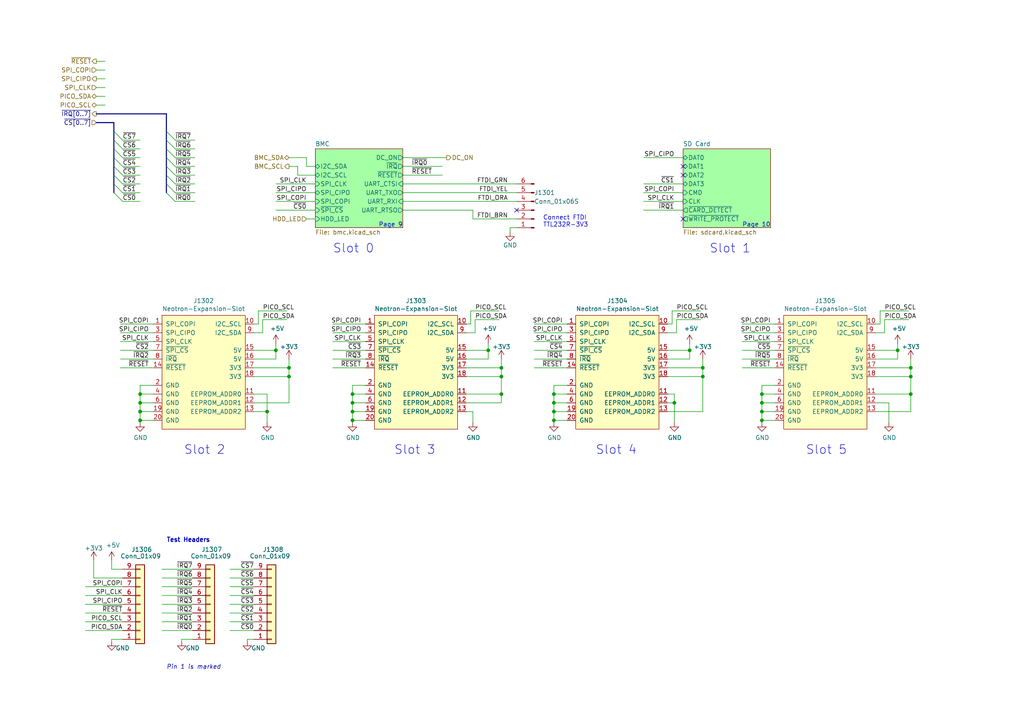
<source format=kicad_sch>
(kicad_sch (version 20211123) (generator eeschema)
  (paper "A4")
  (title_block (title "Neotron Pico - Slots and Peripherals") (date "${date}") (rev "${version}") (company "https://neotron-compute.github.io") (comment 1 "Licensed as CC-BY-SA") (comment 2 "Copyright (c) The Neotron Developers, 2022"))
  (lib_symbols
    (symbol "Connector:Conn_01x06_Male" (pin_names (offset 1.016) hide)
      (property "Reference" "J" (at 0 7.62 0))
      (property "Value" "Conn_01x06_Male" (at 0 -10.16 0))
      (symbol "Conn_01x06_Male_1_1"
        (polyline (pts (xy 1.27 -7.62) (xy 0.8636 -7.62)) (stroke (width 0.1524)))
        (polyline (pts (xy 1.27 -5.08) (xy 0.8636 -5.08)) (stroke (width 0.1524)))
        (polyline (pts (xy 1.27 -2.54) (xy 0.8636 -2.54)) (stroke (width 0.1524)))
        (polyline (pts (xy 1.27 0) (xy 0.8636 0)) (stroke (width 0.1524)))
        (polyline (pts (xy 1.27 2.54) (xy 0.8636 2.54)) (stroke (width 0.1524)))
        (polyline (pts (xy 1.27 5.08) (xy 0.8636 5.08)) (stroke (width 0.1524)))
        (rectangle (start 0.8636 -7.493) (end 0 -7.747) (stroke (width 0.1524)) (fill (type outline)))
        (rectangle (start 0.8636 -4.953) (end 0 -5.207) (stroke (width 0.1524)) (fill (type outline)))
        (rectangle (start 0.8636 -2.413) (end 0 -2.667) (stroke (width 0.1524)) (fill (type outline)))
        (rectangle (start 0.8636 0.127) (end 0 -0.127) (stroke (width 0.1524)) (fill (type outline)))
        (rectangle (start 0.8636 2.667) (end 0 2.413) (stroke (width 0.1524)) (fill (type outline)))
        (rectangle (start 0.8636 5.207) (end 0 4.953) (stroke (width 0.1524)) (fill (type outline)))
        (pin passive line (at 5.08 5.08 180) (length 3.81) (name "Pin_1") (number "1"))
        (pin passive line (at 5.08 2.54 180) (length 3.81) (name "Pin_2") (number "2"))
        (pin passive line (at 5.08 0 180) (length 3.81) (name "Pin_3") (number "3"))
        (pin passive line (at 5.08 -2.54 180) (length 3.81) (name "Pin_4") (number "4"))
        (pin passive line (at 5.08 -5.08 180) (length 3.81) (name "Pin_5") (number "5"))
        (pin passive line (at 5.08 -7.62 180) (length 3.81) (name "Pin_6") (number "6"))
      )
    )
    (symbol "Connector_Generic:Conn_01x09" (pin_names (offset 1.016) hide)
      (property "Reference" "J" (at 0 12.7 0))
      (property "Value" "Conn_01x09" (at 0 -12.7 0))
      (symbol "Conn_01x09_1_1"
        (rectangle (start -1.27 -10.033) (end 0 -10.287) (stroke (width 0.1524)))
        (rectangle (start -1.27 -7.493) (end 0 -7.747) (stroke (width 0.1524)))
        (rectangle (start -1.27 -4.953) (end 0 -5.207) (stroke (width 0.1524)))
        (rectangle (start -1.27 -2.413) (end 0 -2.667) (stroke (width 0.1524)))
        (rectangle (start -1.27 0.127) (end 0 -0.127) (stroke (width 0.1524)))
        (rectangle (start -1.27 2.667) (end 0 2.413) (stroke (width 0.1524)))
        (rectangle (start -1.27 5.207) (end 0 4.953) (stroke (width 0.1524)))
        (rectangle (start -1.27 7.747) (end 0 7.493) (stroke (width 0.1524)))
        (rectangle (start -1.27 10.287) (end 0 10.033) (stroke (width 0.1524)))
        (rectangle (start -1.27 11.43) (end 1.27 -11.43) (stroke (width 0.254)) (fill (type background)))
        (pin passive line (at -5.08 10.16 0) (length 3.81) (name "Pin_1") (number "1"))
        (pin passive line (at -5.08 7.62 0) (length 3.81) (name "Pin_2") (number "2"))
        (pin passive line (at -5.08 5.08 0) (length 3.81) (name "Pin_3") (number "3"))
        (pin passive line (at -5.08 2.54 0) (length 3.81) (name "Pin_4") (number "4"))
        (pin passive line (at -5.08 0 0) (length 3.81) (name "Pin_5") (number "5"))
        (pin passive line (at -5.08 -2.54 0) (length 3.81) (name "Pin_6") (number "6"))
        (pin passive line (at -5.08 -5.08 0) (length 3.81) (name "Pin_7") (number "7"))
        (pin passive line (at -5.08 -7.62 0) (length 3.81) (name "Pin_8") (number "8"))
        (pin passive line (at -5.08 -10.16 0) (length 3.81) (name "Pin_9") (number "9"))
      )
    )
    (symbol "Neotron-Common-Hardware:Neotron-Expansion-Slot" (pin_names (offset 1.016))
      (property "Reference" "J" (at 0 -20.32 0))
      (property "Value" "Neotron-Expansion-Slot" (at -1.27 15.24 0))
      (symbol "Neotron-Expansion-Slot_0_0"
        (pin input line (at -15.24 11.43 0) (length 2.54) (name "SPI_COPI") (number "1"))
        (pin bidirectional line (at 13.97 11.43 180) (length 2.54) (name "I2C_SCL") (number "10"))
        (pin input line (at 13.97 -8.89 180) (length 2.54) (name "EEPROM_ADDR0") (number "11"))
        (pin input line (at 13.97 -11.43 180) (length 2.54) (name "EEPROM_ADDR1") (number "12"))
        (pin input line (at 13.97 -13.97 180) (length 2.54) (name "EEPROM_ADDR2") (number "13"))
        (pin input line (at -15.24 -1.27 0) (length 2.54) (name "~{RESET}") (number "14"))
        (pin power_in line (at 13.97 3.81 180) (length 2.54) (name "5V") (number "15"))
        (pin power_in line (at 13.97 1.27 180) (length 2.54) (name "5V") (number "16"))
        (pin power_in line (at 13.97 -1.27 180) (length 2.54) (name "3V3") (number "17"))
        (pin power_in line (at 13.97 -3.81 180) (length 2.54) (name "3V3") (number "18"))
        (pin power_in line (at -15.24 -13.97 0) (length 2.54) (name "GND") (number "19"))
        (pin power_in line (at -15.24 -6.35 0) (length 2.54) (name "GND") (number "2"))
        (pin power_in line (at -15.24 -16.51 0) (length 2.54) (name "GND") (number "20"))
        (pin tri_state line (at -15.24 8.89 0) (length 2.54) (name "SPI_CIPO") (number "3"))
        (pin power_in line (at -15.24 -8.89 0) (length 2.54) (name "GND") (number "4"))
        (pin input line (at -15.24 6.35 0) (length 2.54) (name "SPI_CLK") (number "5"))
        (pin power_in line (at -15.24 -11.43 0) (length 2.54) (name "GND") (number "6"))
        (pin input line (at -15.24 3.81 0) (length 2.54) (name "~{SPI_CS}") (number "7"))
        (pin output line (at -15.24 1.27 0) (length 2.54) (name "~{IRQ}") (number "8"))
        (pin bidirectional line (at 13.97 8.89 180) (length 2.54) (name "I2C_SDA") (number "9"))
      )
      (symbol "Neotron-Expansion-Slot_0_1"
        (rectangle (start -12.7 13.97) (end 11.43 -19.05) (fill (type background)))
      )
    )
    (symbol "Neotron-Expansion-Slot_1" (pin_names (offset 1.016))
      (property "Reference" "J" (at 0 -20.32 0))
      (property "Value" "Neotron-Expansion-Slot_1" (at -1.27 15.24 0))
      (symbol "Neotron-Expansion-Slot_1_0_0"
        (pin input line (at -15.24 11.43 0) (length 2.54) (name "SPI_COPI") (number "1"))
        (pin bidirectional line (at 13.97 11.43 180) (length 2.54) (name "I2C_SCL") (number "10"))
        (pin input line (at 13.97 -8.89 180) (length 2.54) (name "EEPROM_ADDR0") (number "11"))
        (pin input line (at 13.97 -11.43 180) (length 2.54) (name "EEPROM_ADDR1") (number "12"))
        (pin input line (at 13.97 -13.97 180) (length 2.54) (name "EEPROM_ADDR2") (number "13"))
        (pin input line (at -15.24 -1.27 0) (length 2.54) (name "~{RESET}") (number "14"))
        (pin power_in line (at 13.97 3.81 180) (length 2.54) (name "5V") (number "15"))
        (pin power_in line (at 13.97 1.27 180) (length 2.54) (name "5V") (number "16"))
        (pin power_in line (at 13.97 -1.27 180) (length 2.54) (name "3V3") (number "17"))
        (pin power_in line (at 13.97 -3.81 180) (length 2.54) (name "3V3") (number "18"))
        (pin power_in line (at -15.24 -13.97 0) (length 2.54) (name "GND") (number "19"))
        (pin power_in line (at -15.24 -6.35 0) (length 2.54) (name "GND") (number "2"))
        (pin power_in line (at -15.24 -16.51 0) (length 2.54) (name "GND") (number "20"))
        (pin tri_state line (at -15.24 8.89 0) (length 2.54) (name "SPI_CIPO") (number "3"))
        (pin power_in line (at -15.24 -8.89 0) (length 2.54) (name "GND") (number "4"))
        (pin input line (at -15.24 6.35 0) (length 2.54) (name "SPI_CLK") (number "5"))
        (pin power_in line (at -15.24 -11.43 0) (length 2.54) (name "GND") (number "6"))
        (pin input line (at -15.24 3.81 0) (length 2.54) (name "~{SPI_CS}") (number "7"))
        (pin output line (at -15.24 1.27 0) (length 2.54) (name "~{IRQ}") (number "8"))
        (pin bidirectional line (at 13.97 8.89 180) (length 2.54) (name "I2C_SDA") (number "9"))
      )
      (symbol "Neotron-Expansion-Slot_1_0_1"
        (rectangle (start -12.7 13.97) (end 11.43 -19.05) (fill (type background)))
      )
    )
    (symbol "Neotron-Expansion-Slot_2" (pin_names (offset 1.016))
      (property "Reference" "J" (at 0 -20.32 0))
      (property "Value" "Neotron-Expansion-Slot_2" (at -1.27 15.24 0))
      (symbol "Neotron-Expansion-Slot_2_0_0"
        (pin input line (at -15.24 11.43 0) (length 2.54) (name "SPI_COPI") (number "1"))
        (pin bidirectional line (at 13.97 11.43 180) (length 2.54) (name "I2C_SCL") (number "10"))
        (pin input line (at 13.97 -8.89 180) (length 2.54) (name "EEPROM_ADDR0") (number "11"))
        (pin input line (at 13.97 -11.43 180) (length 2.54) (name "EEPROM_ADDR1") (number "12"))
        (pin input line (at 13.97 -13.97 180) (length 2.54) (name "EEPROM_ADDR2") (number "13"))
        (pin input line (at -15.24 -1.27 0) (length 2.54) (name "~{RESET}") (number "14"))
        (pin power_in line (at 13.97 3.81 180) (length 2.54) (name "5V") (number "15"))
        (pin power_in line (at 13.97 1.27 180) (length 2.54) (name "5V") (number "16"))
        (pin power_in line (at 13.97 -1.27 180) (length 2.54) (name "3V3") (number "17"))
        (pin power_in line (at 13.97 -3.81 180) (length 2.54) (name "3V3") (number "18"))
        (pin power_in line (at -15.24 -13.97 0) (length 2.54) (name "GND") (number "19"))
        (pin power_in line (at -15.24 -6.35 0) (length 2.54) (name "GND") (number "2"))
        (pin power_in line (at -15.24 -16.51 0) (length 2.54) (name "GND") (number "20"))
        (pin tri_state line (at -15.24 8.89 0) (length 2.54) (name "SPI_CIPO") (number "3"))
        (pin power_in line (at -15.24 -8.89 0) (length 2.54) (name "GND") (number "4"))
        (pin input line (at -15.24 6.35 0) (length 2.54) (name "SPI_CLK") (number "5"))
        (pin power_in line (at -15.24 -11.43 0) (length 2.54) (name "GND") (number "6"))
        (pin input line (at -15.24 3.81 0) (length 2.54) (name "~{SPI_CS}") (number "7"))
        (pin output line (at -15.24 1.27 0) (length 2.54) (name "~{IRQ}") (number "8"))
        (pin bidirectional line (at 13.97 8.89 180) (length 2.54) (name "I2C_SDA") (number "9"))
      )
      (symbol "Neotron-Expansion-Slot_2_0_1"
        (rectangle (start -12.7 13.97) (end 11.43 -19.05) (fill (type background)))
      )
    )
    (symbol "Neotron-Expansion-Slot_3" (pin_names (offset 1.016))
      (property "Reference" "J" (at 0 -20.32 0))
      (property "Value" "Neotron-Expansion-Slot_3" (at -1.27 15.24 0))
      (symbol "Neotron-Expansion-Slot_3_0_0"
        (pin input line (at -15.24 11.43 0) (length 2.54) (name "SPI_COPI") (number "1"))
        (pin bidirectional line (at 13.97 11.43 180) (length 2.54) (name "I2C_SCL") (number "10"))
        (pin input line (at 13.97 -8.89 180) (length 2.54) (name "EEPROM_ADDR0") (number "11"))
        (pin input line (at 13.97 -11.43 180) (length 2.54) (name "EEPROM_ADDR1") (number "12"))
        (pin input line (at 13.97 -13.97 180) (length 2.54) (name "EEPROM_ADDR2") (number "13"))
        (pin input line (at -15.24 -1.27 0) (length 2.54) (name "~{RESET}") (number "14"))
        (pin power_in line (at 13.97 3.81 180) (length 2.54) (name "5V") (number "15"))
        (pin power_in line (at 13.97 1.27 180) (length 2.54) (name "5V") (number "16"))
        (pin power_in line (at 13.97 -1.27 180) (length 2.54) (name "3V3") (number "17"))
        (pin power_in line (at 13.97 -3.81 180) (length 2.54) (name "3V3") (number "18"))
        (pin power_in line (at -15.24 -13.97 0) (length 2.54) (name "GND") (number "19"))
        (pin power_in line (at -15.24 -6.35 0) (length 2.54) (name "GND") (number "2"))
        (pin power_in line (at -15.24 -16.51 0) (length 2.54) (name "GND") (number "20"))
        (pin tri_state line (at -15.24 8.89 0) (length 2.54) (name "SPI_CIPO") (number "3"))
        (pin power_in line (at -15.24 -8.89 0) (length 2.54) (name "GND") (number "4"))
        (pin input line (at -15.24 6.35 0) (length 2.54) (name "SPI_CLK") (number "5"))
        (pin power_in line (at -15.24 -11.43 0) (length 2.54) (name "GND") (number "6"))
        (pin input line (at -15.24 3.81 0) (length 2.54) (name "~{SPI_CS}") (number "7"))
        (pin output line (at -15.24 1.27 0) (length 2.54) (name "~{IRQ}") (number "8"))
        (pin bidirectional line (at 13.97 8.89 180) (length 2.54) (name "I2C_SDA") (number "9"))
      )
      (symbol "Neotron-Expansion-Slot_3_0_1"
        (rectangle (start -12.7 13.97) (end 11.43 -19.05) (fill (type background)))
      )
    )
    (symbol "power:+3V3" (power) (pin_names (offset 0))
      (property "Value" "+3V3" (at 0 3.556 0))
      (symbol "+3V3_0_1"
        (polyline (pts (xy -0.762 1.27) (xy 0 2.54)))
        (polyline (pts (xy 0 0) (xy 0 2.54)))
        (polyline (pts (xy 0 2.54) (xy 0.762 1.27)))
      )
      (symbol "+3V3_1_1"
        (pin power_in line (at 0 0 90) (length 0) hide (name "+3V3") (number "1"))
      )
    )
    (symbol "power:+5V" (power) (pin_names (offset 0))
      (property "Value" "+5V" (at 0 3.556 0))
      (symbol "+5V_0_1"
        (polyline (pts (xy -0.762 1.27) (xy 0 2.54)))
        (polyline (pts (xy 0 0) (xy 0 2.54)))
        (polyline (pts (xy 0 2.54) (xy 0.762 1.27)))
      )
      (symbol "+5V_1_1"
        (pin power_in line (at 0 0 90) (length 0) hide (name "+5V") (number "1"))
      )
    )
    (symbol "power:GND" (power) (pin_names (offset 0))
      (property "Value" "GND" (at 0 -3.81 0))
      (symbol "GND_0_1"
        (polyline (pts (xy 0 0) (xy 0 -1.27) (xy 1.27 -1.27) (xy 0 -2.54) (xy -1.27 -1.27) (xy 0 -1.27)))
      )
      (symbol "GND_1_1"
        (pin power_in line (at 0 0 270) (length 0) hide (name "GND") (number "1"))
      )
    )
  )
  (junction (at 80.01 101.6))
  (junction (at 102.235 119.38))
  (junction (at 102.235 114.3))
  (junction (at 220.98 121.92))
  (junction (at 220.98 119.38))
  (junction (at 141.605 101.6))
  (junction (at 102.235 121.92))
  (junction (at 220.98 114.3))
  (junction (at 102.235 116.84))
  (junction (at 200.025 101.6))
  (junction (at 160.655 116.84))
  (junction (at 40.64 121.92))
  (junction (at 83.82 106.68))
  (junction (at 77.47 119.38))
  (junction (at 145.415 106.68))
  (junction (at 40.64 114.3))
  (junction (at 83.82 109.22))
  (junction (at 264.16 106.68))
  (junction (at 220.98 116.84))
  (junction (at 203.835 106.68))
  (junction (at 145.415 109.22))
  (junction (at 160.655 121.92))
  (junction (at 160.655 119.38))
  (junction (at 264.16 114.3))
  (junction (at 40.64 116.84))
  (junction (at 260.35 101.6))
  (junction (at 203.835 109.22))
  (junction (at 195.58 116.84))
  (junction (at 264.16 109.22))
  (junction (at 160.655 114.3))
  (junction (at 145.415 114.3))
  (junction (at 40.64 119.38))
  (no_connect (at 198.12 48.26))
  (no_connect (at 198.12 63.5))
  (no_connect (at 198.12 50.8))
  (no_connect (at 149.86 60.96))
  (bus_entry (at 33.02 38.1) (size 2.54 2.54))
  (bus_entry (at 48.26 40.64) (size 2.54 2.54))
  (bus_entry (at 48.26 55.88) (size 2.54 2.54))
  (bus_entry (at 48.26 43.18) (size 2.54 2.54))
  (bus_entry (at 33.02 45.72) (size 2.54 2.54))
  (bus_entry (at 33.02 55.88) (size 2.54 2.54))
  (bus_entry (at 48.26 45.72) (size 2.54 2.54))
  (bus_entry (at 48.26 38.1) (size 2.54 2.54))
  (bus_entry (at 48.26 48.26) (size 2.54 2.54))
  (bus_entry (at 33.02 53.34) (size 2.54 2.54))
  (bus_entry (at 33.02 40.64) (size 2.54 2.54))
  (bus_entry (at 33.02 50.8) (size 2.54 2.54))
  (bus_entry (at 33.02 43.18) (size 2.54 2.54))
  (bus_entry (at 48.26 50.8) (size 2.54 2.54))
  (bus_entry (at 33.02 48.26) (size 2.54 2.54))
  (bus_entry (at 48.26 53.34) (size 2.54 2.54))
  (wire (pts (xy 196.215 92.71) (xy 203.2 92.71)))
  (wire (pts (xy 147.955 66.04) (xy 147.955 67.31)))
  (wire (pts (xy 224.79 106.68) (xy 215.265 106.68)))
  (wire (pts (xy 193.675 119.38) (xy 203.835 119.38)))
  (wire (pts (xy 196.215 96.52) (xy 193.675 96.52)))
  (wire (pts (xy 254 116.84) (xy 257.81 116.84)))
  (wire (pts (xy 145.415 106.68) (xy 145.415 109.22)))
  (wire (pts (xy 203.835 104.14) (xy 203.835 106.68)))
  (wire (pts (xy 106.045 99.06) (xy 96.52 99.06)))
  (wire (pts (xy 73.66 185.42) (xy 71.755 185.42)))
  (wire (pts (xy 88.9 63.5) (xy 91.44 63.5)))
  (wire (pts (xy 164.465 99.06) (xy 154.94 99.06)))
  (wire (pts (xy 35.56 175.26) (xy 24.765 175.26)))
  (wire (pts (xy 80.01 104.14) (xy 80.01 101.6)))
  (wire (pts (xy 195.58 114.3) (xy 195.58 116.84)))
  (wire (pts (xy 50.8 40.64) (xy 56.515 40.64)))
  (wire (pts (xy 194.945 90.17) (xy 203.2 90.17)))
  (wire (pts (xy 135.255 116.84) (xy 145.415 116.84)))
  (wire (pts (xy 40.64 111.76) (xy 40.64 114.3)))
  (bus (pts (xy 33.02 55.88) (xy 33.02 53.34)))
  (wire (pts (xy 193.675 114.3) (xy 195.58 114.3)))
  (wire (pts (xy 220.98 121.92) (xy 220.98 122.555)))
  (wire (pts (xy 50.8 45.72) (xy 56.515 45.72)))
  (wire (pts (xy 40.64 121.92) (xy 40.64 122.555)))
  (wire (pts (xy 116.84 48.26) (xy 128.27 48.26)))
  (wire (pts (xy 256.54 96.52) (xy 256.54 92.71)))
  (wire (pts (xy 198.12 58.42) (xy 186.69 58.42)))
  (bus (pts (xy 48.26 50.8) (xy 48.26 48.26)))
  (wire (pts (xy 46.99 175.26) (xy 55.88 175.26)))
  (wire (pts (xy 106.045 119.38) (xy 102.235 119.38)))
  (wire (pts (xy 135.255 114.3) (xy 145.415 114.3)))
  (wire (pts (xy 220.98 114.3) (xy 220.98 116.84)))
  (wire (pts (xy 264.16 104.14) (xy 264.16 106.68)))
  (bus (pts (xy 48.26 40.64) (xy 48.26 38.1)))
  (wire (pts (xy 200.025 104.14) (xy 200.025 101.6)))
  (wire (pts (xy 160.655 119.38) (xy 160.655 121.92)))
  (bus (pts (xy 33.02 40.64) (xy 33.02 38.1)))
  (wire (pts (xy 160.655 121.92) (xy 160.655 122.555)))
  (wire (pts (xy 160.655 114.3) (xy 160.655 116.84)))
  (wire (pts (xy 137.795 96.52) (xy 137.795 92.71)))
  (wire (pts (xy 66.675 182.88) (xy 73.66 182.88)))
  (wire (pts (xy 257.81 116.84) (xy 257.81 122.555)))
  (wire (pts (xy 73.66 96.52) (xy 76.2 96.52)))
  (wire (pts (xy 66.675 165.1) (xy 73.66 165.1)))
  (wire (pts (xy 35.56 165.1) (xy 32.385 165.1)))
  (wire (pts (xy 86.36 48.26) (xy 86.36 50.8)))
  (wire (pts (xy 198.12 55.88) (xy 186.69 55.88)))
  (wire (pts (xy 35.56 170.18) (xy 24.765 170.18)))
  (wire (pts (xy 220.98 116.84) (xy 220.98 119.38)))
  (wire (pts (xy 149.86 63.5) (xy 137.16 63.5)))
  (bus (pts (xy 33.02 50.8) (xy 33.02 48.26)))
  (wire (pts (xy 193.675 109.22) (xy 203.835 109.22)))
  (wire (pts (xy 224.79 101.6) (xy 215.265 101.6)))
  (wire (pts (xy 193.675 101.6) (xy 200.025 101.6)))
  (wire (pts (xy 35.56 58.42) (xy 40.64 58.42)))
  (wire (pts (xy 35.56 53.34) (xy 40.64 53.34)))
  (wire (pts (xy 27.94 27.94) (xy 30.48 27.94)))
  (wire (pts (xy 46.99 170.18) (xy 55.88 170.18)))
  (wire (pts (xy 135.255 101.6) (xy 141.605 101.6)))
  (wire (pts (xy 145.415 114.3) (xy 145.415 109.22)))
  (wire (pts (xy 224.79 116.84) (xy 220.98 116.84)))
  (wire (pts (xy 102.235 116.84) (xy 102.235 119.38)))
  (wire (pts (xy 35.56 177.8) (xy 24.765 177.8)))
  (wire (pts (xy 35.56 180.34) (xy 24.765 180.34)))
  (wire (pts (xy 164.465 104.14) (xy 154.94 104.14)))
  (wire (pts (xy 193.675 116.84) (xy 195.58 116.84)))
  (wire (pts (xy 73.66 104.14) (xy 80.01 104.14)))
  (wire (pts (xy 135.255 119.38) (xy 137.16 119.38)))
  (wire (pts (xy 40.64 116.84) (xy 40.64 119.38)))
  (wire (pts (xy 83.82 104.14) (xy 83.82 106.68)))
  (wire (pts (xy 106.045 101.6) (xy 96.52 101.6)))
  (wire (pts (xy 254 119.38) (xy 264.16 119.38)))
  (wire (pts (xy 44.45 119.38) (xy 40.64 119.38)))
  (wire (pts (xy 24.765 182.88) (xy 35.56 182.88)))
  (wire (pts (xy 46.99 165.1) (xy 55.88 165.1)))
  (wire (pts (xy 35.56 185.42) (xy 32.385 185.42)))
  (wire (pts (xy 46.99 182.88) (xy 55.88 182.88)))
  (wire (pts (xy 106.045 121.92) (xy 102.235 121.92)))
  (wire (pts (xy 40.64 114.3) (xy 40.64 116.84)))
  (wire (pts (xy 66.675 172.72) (xy 73.66 172.72)))
  (wire (pts (xy 35.56 50.8) (xy 40.64 50.8)))
  (wire (pts (xy 193.675 106.68) (xy 203.835 106.68)))
  (wire (pts (xy 116.84 53.34) (xy 149.86 53.34)))
  (wire (pts (xy 116.84 50.8) (xy 128.27 50.8)))
  (wire (pts (xy 136.525 90.17) (xy 144.78 90.17)))
  (wire (pts (xy 91.44 60.96) (xy 80.01 60.96)))
  (wire (pts (xy 66.675 167.64) (xy 73.66 167.64)))
  (wire (pts (xy 66.675 180.34) (xy 73.66 180.34)))
  (wire (pts (xy 164.465 116.84) (xy 160.655 116.84)))
  (wire (pts (xy 50.8 55.88) (xy 56.515 55.88)))
  (wire (pts (xy 254 109.22) (xy 264.16 109.22)))
  (wire (pts (xy 135.255 104.14) (xy 141.605 104.14)))
  (wire (pts (xy 74.93 90.17) (xy 83.185 90.17)))
  (wire (pts (xy 194.945 93.98) (xy 194.945 90.17)))
  (wire (pts (xy 137.16 63.5) (xy 137.16 60.96)))
  (wire (pts (xy 106.045 114.3) (xy 102.235 114.3)))
  (wire (pts (xy 50.8 53.34) (xy 56.515 53.34)))
  (wire (pts (xy 86.36 50.8) (xy 91.44 50.8)))
  (wire (pts (xy 160.655 116.84) (xy 160.655 119.38)))
  (wire (pts (xy 106.045 93.98) (xy 96.52 93.98)))
  (wire (pts (xy 256.54 92.71) (xy 263.525 92.71)))
  (wire (pts (xy 135.255 93.98) (xy 136.525 93.98)))
  (wire (pts (xy 164.465 93.98) (xy 154.94 93.98)))
  (bus (pts (xy 27.94 33.02) (xy 48.26 33.02)))
  (wire (pts (xy 194.945 93.98) (xy 193.675 93.98)))
  (wire (pts (xy 50.8 48.26) (xy 56.515 48.26)))
  (bus (pts (xy 48.26 55.88) (xy 48.26 53.34)))
  (wire (pts (xy 44.45 104.14) (xy 34.925 104.14)))
  (wire (pts (xy 91.44 53.34) (xy 80.01 53.34)))
  (bus (pts (xy 48.26 43.18) (xy 48.26 40.64)))
  (wire (pts (xy 102.235 119.38) (xy 102.235 121.92)))
  (wire (pts (xy 27.94 30.48) (xy 30.48 30.48)))
  (wire (pts (xy 164.465 96.52) (xy 154.94 96.52)))
  (wire (pts (xy 224.79 114.3) (xy 220.98 114.3)))
  (wire (pts (xy 198.12 60.96) (xy 186.69 60.96)))
  (wire (pts (xy 66.675 175.26) (xy 73.66 175.26)))
  (wire (pts (xy 135.255 109.22) (xy 145.415 109.22)))
  (wire (pts (xy 164.465 101.6) (xy 154.94 101.6)))
  (wire (pts (xy 73.66 119.38) (xy 77.47 119.38)))
  (wire (pts (xy 224.79 121.92) (xy 220.98 121.92)))
  (wire (pts (xy 91.44 55.88) (xy 80.01 55.88)))
  (wire (pts (xy 83.82 109.22) (xy 83.82 116.84)))
  (wire (pts (xy 224.79 93.98) (xy 215.265 93.98)))
  (wire (pts (xy 264.16 109.22) (xy 264.16 114.3)))
  (wire (pts (xy 160.655 111.76) (xy 160.655 114.3)))
  (wire (pts (xy 145.415 116.84) (xy 145.415 114.3)))
  (wire (pts (xy 50.8 50.8) (xy 56.515 50.8)))
  (wire (pts (xy 224.79 99.06) (xy 215.265 99.06)))
  (wire (pts (xy 35.56 45.72) (xy 40.64 45.72)))
  (wire (pts (xy 116.84 45.72) (xy 129.54 45.72)))
  (wire (pts (xy 196.215 96.52) (xy 196.215 92.71)))
  (wire (pts (xy 106.045 104.14) (xy 96.52 104.14)))
  (wire (pts (xy 73.66 109.22) (xy 83.82 109.22)))
  (wire (pts (xy 198.12 53.34) (xy 186.69 53.34)))
  (wire (pts (xy 220.98 111.76) (xy 220.98 114.3)))
  (wire (pts (xy 44.45 111.76) (xy 40.64 111.76)))
  (wire (pts (xy 106.045 96.52) (xy 96.52 96.52)))
  (bus (pts (xy 48.26 45.72) (xy 48.26 43.18)))
  (wire (pts (xy 35.56 40.64) (xy 40.64 40.64)))
  (wire (pts (xy 35.56 43.18) (xy 40.64 43.18)))
  (wire (pts (xy 91.44 58.42) (xy 80.01 58.42)))
  (wire (pts (xy 71.755 185.42) (xy 71.755 186.055)))
  (wire (pts (xy 200.025 101.6) (xy 200.025 99.695)))
  (wire (pts (xy 116.84 55.88) (xy 149.86 55.88)))
  (wire (pts (xy 224.79 104.14) (xy 215.265 104.14)))
  (wire (pts (xy 137.16 119.38) (xy 137.16 122.555)))
  (wire (pts (xy 106.045 106.68) (xy 96.52 106.68)))
  (wire (pts (xy 102.235 121.92) (xy 102.235 122.555)))
  (wire (pts (xy 76.2 92.71) (xy 83.185 92.71)))
  (wire (pts (xy 35.56 172.72) (xy 24.765 172.72)))
  (wire (pts (xy 73.66 116.84) (xy 83.82 116.84)))
  (wire (pts (xy 254 106.68) (xy 264.16 106.68)))
  (wire (pts (xy 44.45 116.84) (xy 40.64 116.84)))
  (wire (pts (xy 83.82 48.26) (xy 86.36 48.26)))
  (wire (pts (xy 102.235 114.3) (xy 102.235 116.84)))
  (wire (pts (xy 55.88 185.42) (xy 52.705 185.42)))
  (wire (pts (xy 27.94 25.4) (xy 30.48 25.4)))
  (wire (pts (xy 88.9 48.26) (xy 91.44 48.26)))
  (wire (pts (xy 44.45 99.06) (xy 34.925 99.06)))
  (wire (pts (xy 260.35 104.14) (xy 260.35 101.6)))
  (bus (pts (xy 27.94 35.56) (xy 33.02 35.56)))
  (wire (pts (xy 254 114.3) (xy 264.16 114.3)))
  (wire (pts (xy 32.385 185.42) (xy 32.385 186.055)))
  (bus (pts (xy 48.26 48.26) (xy 48.26 45.72)))
  (bus (pts (xy 33.02 48.26) (xy 33.02 45.72)))
  (wire (pts (xy 145.415 104.14) (xy 145.415 106.68)))
  (wire (pts (xy 46.99 172.72) (xy 55.88 172.72)))
  (wire (pts (xy 224.79 96.52) (xy 215.265 96.52)))
  (wire (pts (xy 50.8 43.18) (xy 56.515 43.18)))
  (wire (pts (xy 135.255 96.52) (xy 137.795 96.52)))
  (bus (pts (xy 33.02 45.72) (xy 33.02 43.18)))
  (wire (pts (xy 77.47 114.3) (xy 77.47 119.38)))
  (wire (pts (xy 46.99 180.34) (xy 55.88 180.34)))
  (wire (pts (xy 44.45 106.68) (xy 34.925 106.68)))
  (wire (pts (xy 260.35 101.6) (xy 260.35 99.695)))
  (wire (pts (xy 164.465 121.92) (xy 160.655 121.92)))
  (wire (pts (xy 73.66 93.98) (xy 74.93 93.98)))
  (wire (pts (xy 195.58 116.84) (xy 195.58 122.555)))
  (wire (pts (xy 141.605 104.14) (xy 141.605 101.6)))
  (wire (pts (xy 27.94 17.78) (xy 30.48 17.78)))
  (wire (pts (xy 255.27 90.17) (xy 263.525 90.17)))
  (wire (pts (xy 83.82 45.72) (xy 88.9 45.72)))
  (wire (pts (xy 264.16 114.3) (xy 264.16 119.38)))
  (wire (pts (xy 52.705 185.42) (xy 52.705 186.055)))
  (wire (pts (xy 264.16 106.68) (xy 264.16 109.22)))
  (wire (pts (xy 224.79 111.76) (xy 220.98 111.76)))
  (wire (pts (xy 44.45 96.52) (xy 34.925 96.52)))
  (wire (pts (xy 73.66 101.6) (xy 80.01 101.6)))
  (wire (pts (xy 254 101.6) (xy 260.35 101.6)))
  (wire (pts (xy 164.465 114.3) (xy 160.655 114.3)))
  (wire (pts (xy 193.675 104.14) (xy 200.025 104.14)))
  (wire (pts (xy 40.64 119.38) (xy 40.64 121.92)))
  (wire (pts (xy 220.98 119.38) (xy 220.98 121.92)))
  (wire (pts (xy 149.86 66.04) (xy 147.955 66.04)))
  (wire (pts (xy 44.45 114.3) (xy 40.64 114.3)))
  (wire (pts (xy 88.9 45.72) (xy 88.9 48.26)))
  (wire (pts (xy 27.178 167.64) (xy 35.56 167.64)))
  (wire (pts (xy 136.525 93.98) (xy 136.525 90.17)))
  (wire (pts (xy 255.27 93.98) (xy 255.27 90.17)))
  (wire (pts (xy 203.835 106.68) (xy 203.835 109.22)))
  (wire (pts (xy 203.835 109.22) (xy 203.835 119.38)))
  (bus (pts (xy 33.02 43.18) (xy 33.02 40.64)))
  (wire (pts (xy 77.47 119.38) (xy 77.47 122.555)))
  (wire (pts (xy 137.16 60.96) (xy 116.84 60.96)))
  (wire (pts (xy 106.045 111.76) (xy 102.235 111.76)))
  (bus (pts (xy 48.26 53.34) (xy 48.26 50.8)))
  (wire (pts (xy 116.84 58.42) (xy 149.86 58.42)))
  (wire (pts (xy 27.94 20.32) (xy 30.48 20.32)))
  (wire (pts (xy 27.178 162.56) (xy 27.178 167.64)))
  (wire (pts (xy 35.56 55.88) (xy 40.64 55.88)))
  (wire (pts (xy 137.795 92.71) (xy 144.78 92.71)))
  (wire (pts (xy 46.99 177.8) (xy 55.88 177.8)))
  (wire (pts (xy 164.465 111.76) (xy 160.655 111.76)))
  (wire (pts (xy 32.385 162.56) (xy 32.385 165.1)))
  (wire (pts (xy 76.2 96.52) (xy 76.2 92.71)))
  (wire (pts (xy 27.94 22.86) (xy 30.48 22.86)))
  (wire (pts (xy 35.56 48.26) (xy 40.64 48.26)))
  (bus (pts (xy 48.26 33.02) (xy 48.26 38.1)))
  (wire (pts (xy 164.465 119.38) (xy 160.655 119.38)))
  (wire (pts (xy 50.8 58.42) (xy 56.515 58.42)))
  (wire (pts (xy 106.045 116.84) (xy 102.235 116.84)))
  (wire (pts (xy 66.675 177.8) (xy 73.66 177.8)))
  (wire (pts (xy 256.54 96.52) (xy 254 96.52)))
  (wire (pts (xy 102.235 111.76) (xy 102.235 114.3)))
  (wire (pts (xy 66.675 170.18) (xy 73.66 170.18)))
  (wire (pts (xy 255.27 93.98) (xy 254 93.98)))
  (bus (pts (xy 33.02 53.34) (xy 33.02 50.8)))
  (wire (pts (xy 46.99 167.64) (xy 55.88 167.64)))
  (wire (pts (xy 198.12 45.72) (xy 186.69 45.72)))
  (wire (pts (xy 44.45 121.92) (xy 40.64 121.92)))
  (wire (pts (xy 77.47 114.3) (xy 73.66 114.3)))
  (wire (pts (xy 141.605 101.6) (xy 141.605 99.695)))
  (wire (pts (xy 80.01 101.6) (xy 80.01 99.695)))
  (wire (pts (xy 135.255 106.68) (xy 145.415 106.68)))
  (wire (pts (xy 73.66 106.68) (xy 83.82 106.68)))
  (wire (pts (xy 254 104.14) (xy 260.35 104.14)))
  (wire (pts (xy 83.82 106.68) (xy 83.82 109.22)))
  (wire (pts (xy 164.465 106.68) (xy 154.94 106.68)))
  (wire (pts (xy 224.79 119.38) (xy 220.98 119.38)))
  (wire (pts (xy 44.45 101.6) (xy 34.925 101.6)))
  (wire (pts (xy 44.45 93.98) (xy 34.925 93.98)))
  (wire (pts (xy 74.93 93.98) (xy 74.93 90.17)))
  (bus (pts (xy 33.02 35.56) (xy 33.02 38.1)))
  (text "Slot 4" (at 172.72 132.08 0) (effects (font (size 2.54 2.54)) (justify left bottom)))
  (text "Slot 0" (at 96.52 73.66 0) (effects (font (size 2.54 2.54)) (justify left bottom)))
  (text "Slot 2" (at 53.34 132.08 0) (effects (font (size 2.54 2.54)) (justify left bottom)))
  (text "Connect FTDI\nTTL232R-3V3" (at 157.48 66.04 0) (effects (font (size 1.27 1.27)) (justify left bottom)))
  (text "Slot 5" (at 233.68 132.08 0) (effects (font (size 2.54 2.54)) (justify left bottom)))
  (text "Slot 1" (at 205.74 73.66 0) (effects (font (size 2.54 2.54)) (justify left bottom)))
  (text "Pin 1 is marked" (at 48.26 194.31 0) (effects (font (size 1.27 1.27) italic) (justify left bottom)))
  (text "Page 10" (at 223.52 66.04 180) (effects (font (size 1.27 1.27)) (justify right bottom)))
  (text "Slot 3" (at 114.3 132.08 0) (effects (font (size 2.54 2.54)) (justify left bottom)))
  (text "Page 9" (at 116.84 66.04 180) (effects (font (size 1.27 1.27)) (justify right bottom)))
  (text "Test Headers" (at 48.26 157.48 0) (effects (font (size 1.27 1.27) (thickness 0.254) bold) (justify left bottom)))
  (label "FTDI_YEL" (at 147.32 55.88 180))
  (label "~{RESET}" (at 163.195 106.68 180))
  (label "~{CS1}" (at 73.66 180.34 180))
  (label "~{IRQ6}" (at 55.88 167.64 180))
  (label "~{CS2}" (at 43.18 101.6 180))
  (label "~{IRQ1}" (at 55.88 180.34 180))
  (label "SPI_COPI" (at 88.9 58.42 180))
  (label "SPI_COPI" (at 195.58 55.88 180))
  (label "~{CS0}" (at 35.56 58.42 0))
  (label "~{CS2}" (at 73.66 177.8 180))
  (label "~{CS4}" (at 73.66 172.72 180))
  (label "~{CS7}" (at 73.66 165.1 180))
  (label "~{RESET}" (at 35.56 177.8 180))
  (label "FTDI_BRN" (at 147.32 63.5 180))
  (label "PICO_SCL" (at 76.2 90.17 0))
  (label "FTDI_ORA" (at 147.32 58.42 180))
  (label "SPI_COPI" (at 163.195 93.98 180))
  (label "SPI_CLK" (at 195.58 58.42 180))
  (label "SPI_CIPO" (at 104.775 96.52 180))
  (label "~{IRQ7}" (at 50.8 40.64 0))
  (label "~{CS3}" (at 73.66 175.26 180))
  (label "~{IRQ1}" (at 195.58 60.96 180))
  (label "~{CS0}" (at 73.66 182.88 180))
  (label "~{IRQ0}" (at 55.88 182.88 180))
  (label "~{IRQ6}" (at 50.8 43.18 0))
  (label "~{RESET}" (at 43.18 106.68 180))
  (label "~{IRQ2}" (at 55.88 177.8 180))
  (label "SPI_COPI" (at 104.775 93.98 180))
  (label "~{IRQ2}" (at 50.8 53.34 0))
  (label "~{CS3}" (at 35.56 50.8 0))
  (label "SPI_CLK" (at 43.18 99.06 180))
  (label "SPI_CIPO" (at 88.9 55.88 180))
  (label "~{CS5}" (at 73.66 170.18 180))
  (label "~{IRQ4}" (at 163.195 104.14 180))
  (label "~{CS5}" (at 223.52 101.6 180))
  (label "PICO_SDA" (at 137.795 92.71 0))
  (label "~{IRQ0}" (at 50.8 58.42 0))
  (label "PICO_SDA" (at 76.2 92.71 0))
  (label "~{IRQ4}" (at 55.88 172.72 180))
  (label "~{CS2}" (at 35.56 53.34 0))
  (label "~{CS6}" (at 35.56 43.18 0))
  (label "SPI_CIPO" (at 43.18 96.52 180))
  (label "PICO_SDA" (at 35.56 182.88 180))
  (label "~{CS3}" (at 104.775 101.6 180))
  (label "~{IRQ7}" (at 55.88 165.1 180))
  (label "SPI_COPI" (at 43.18 93.98 180))
  (label "~{IRQ1}" (at 50.8 55.88 0))
  (label "~{RESET}" (at 119.38 50.8 0))
  (label "~{IRQ2}" (at 43.18 104.14 180))
  (label "SPI_CIPO" (at 163.195 96.52 180))
  (label "PICO_SCL" (at 196.215 90.17 0))
  (label "~{IRQ5}" (at 223.52 104.14 180))
  (label "SPI_CIPO" (at 223.52 96.52 180))
  (label "~{IRQ5}" (at 55.88 170.18 180))
  (label "~{CS1}" (at 195.58 53.34 180))
  (label "~{RESET}" (at 223.52 106.68 180))
  (label "PICO_SCL" (at 35.56 180.34 180))
  (label "FTDI_GRN" (at 147.32 53.34 180))
  (label "~{IRQ5}" (at 50.8 45.72 0))
  (label "~{IRQ4}" (at 50.8 48.26 0))
  (label "PICO_SDA" (at 256.54 92.71 0))
  (label "SPI_CLK" (at 163.195 99.06 180))
  (label "~{IRQ0}" (at 119.38 48.26 0))
  (label "SPI_CLK" (at 223.52 99.06 180))
  (label "~{CS4}" (at 163.195 101.6 180))
  (label "~{CS4}" (at 35.56 48.26 0))
  (label "~{IRQ3}" (at 55.88 175.26 180))
  (label "SPI_CLK" (at 88.9 53.34 180))
  (label "SPI_CLK" (at 104.775 99.06 180))
  (label "~{CS0}" (at 88.9 60.96 180))
  (label "~{CS6}" (at 73.66 167.64 180))
  (label "~{CS5}" (at 35.56 45.72 0))
  (label "SPI_CIPO" (at 195.58 45.72 180))
  (label "~{RESET}" (at 104.775 106.68 180))
  (label "~{CS7}" (at 35.56 40.64 0))
  (label "PICO_SCL" (at 256.54 90.17 0))
  (label "PICO_SDA" (at 196.215 92.71 0))
  (label "SPI_COPI" (at 223.52 93.98 180))
  (label "~{CS1}" (at 35.56 55.88 0))
  (label "~{IRQ3}" (at 50.8 50.8 0))
  (label "SPI_CIPO" (at 35.56 175.26 180))
  (label "PICO_SCL" (at 137.795 90.17 0))
  (label "~{IRQ3}" (at 104.775 104.14 180))
  (label "SPI_COPI" (at 35.56 170.18 180))
  (label "SPI_CLK" (at 35.56 172.72 180))
  (hierarchical_label "~{CS[0..7]}" (shape input) (at 27.94 35.56 180))
  (hierarchical_label "~{IRQ[0..7]}" (shape output) (at 27.94 33.02 180))
  (hierarchical_label "DC_ON" (shape output) (at 129.54 45.72 0))
  (hierarchical_label "BMC_SCL" (shape output) (at 83.82 48.26 180))
  (hierarchical_label "SPI_COPI" (shape input) (at 27.94 20.32 180))
  (hierarchical_label "BMC_SDA" (shape bidirectional) (at 83.82 45.72 180))
  (hierarchical_label "SPI_CIPO" (shape output) (at 27.94 22.86 180))
  (hierarchical_label "HDD_LED" (shape input) (at 88.9 63.5 180))
  (hierarchical_label "PICO_SDA" (shape bidirectional) (at 27.94 27.94 180))
  (hierarchical_label "SPI_CLK" (shape input) (at 27.94 25.4 180))
  (hierarchical_label "~{RESET}" (shape output) (at 27.94 17.78 180))
  (hierarchical_label "PICO_SCL" (shape bidirectional) (at 27.94 30.48 180))
  (symbol (lib_id "power:+5V") (at 260.35 99.695 0) (unit 1)
    (property "Reference" "#PWR01305" (effects hide))
    (property "Value" "+5V" (at 260.731 95.3008 0))
  )
  (symbol (lib_name "Neotron-Expansion-Slot_3") (lib_id "Neotron-Common-Hardware:Neotron-Expansion-Slot") (at 121.285 105.41 0) (unit 1)
    (property "Reference" "J1303" (at 120.65 87.249 0))
    (property "Value" "Neotron-Expansion-Slot" (at 120.65 89.5604 0))
    (property "Footprint" "Neotron-Common-Hardware:Neotron-Expansion-Slot" (effects hide))
    (property "Datasheet" "https://www.te.com/commerce/DocumentDelivery/DDEController?Action=srchrtrv&DocNm=1773096_SEC03_CARD_EDGE&DocType=CS&DocLang=English" (effects hide))
    (property "DNP" "0" (effects hide))
    (property "Digikey" "A31722-ND" (effects hide))
    (property "MPN" "5-5530843-0" (effects hide))
    (property "Manufacturer" "TE" (effects hide))
    (property "Mouser" "571-5-5530843-0" (effects hide))
  )
  (symbol (lib_name "Neotron-Expansion-Slot_2") (lib_id "Neotron-Common-Hardware:Neotron-Expansion-Slot") (at 179.705 105.41 0) (unit 1)
    (property "Reference" "J1304" (at 179.07 87.249 0))
    (property "Value" "Neotron-Expansion-Slot" (at 179.07 89.5604 0))
    (property "Footprint" "Neotron-Common-Hardware:Neotron-Expansion-Slot" (effects hide))
    (property "Datasheet" "https://www.te.com/commerce/DocumentDelivery/DDEController?Action=srchrtrv&DocNm=1773096_SEC03_CARD_EDGE&DocType=CS&DocLang=English" (effects hide))
    (property "DNP" "0" (effects hide))
    (property "Digikey" "A31722-ND" (effects hide))
    (property "MPN" "5-5530843-0" (effects hide))
    (property "Manufacturer" "TE" (effects hide))
    (property "Mouser" "571-5-5530843-0" (effects hide))
  )
  (symbol (lib_id "power:GND") (at 257.81 122.555 0) (unit 1)
    (property "Reference" "#PWR01317" (effects hide))
    (property "Value" "GND" (at 257.937 126.9492 0))
  )
  (symbol (lib_id "power:GND") (at 40.64 122.555 0) (unit 1)
    (property "Reference" "#PWR01310" (effects hide))
    (property "Value" "GND" (at 40.767 126.9492 0))
  )
  (symbol (lib_id "power:GND") (at 147.955 67.31 0) (unit 1)
    (property "Reference" "#PWR01301" (effects hide))
    (property "Value" "GND" (at 147.955 71.12 0))
  )
  (symbol (lib_id "power:GND") (at 77.47 122.555 0) (unit 1)
    (property "Reference" "#PWR01311" (effects hide))
    (property "Value" "GND" (at 77.597 126.9492 0))
  )
  (symbol (lib_id "Connector_Generic:Conn_01x09") (at 78.74 175.26 0) (mirror x) (unit 1)
    (property "Reference" "J1308" (at 76.2 159.385 0) (effects (justify left)))
    (property "Value" "Conn_01x09" (at 72.39 161.29 0) (effects (justify left)))
    (property "Footprint" "Connector_PinHeader_2.54mm:PinHeader_1x09_P2.54mm_Vertical" (effects hide))
    (property "DNP" "1" (effects hide))
  )
  (symbol (lib_id "power:GND") (at 71.755 186.055 0) (unit 1)
    (property "Reference" "#PWR01322" (effects hide))
    (property "Value" "GND" (at 74.93 187.96 0))
  )
  (symbol (lib_id "power:+3V3") (at 264.16 104.14 0) (unit 1)
    (property "Reference" "#PWR01309" (effects hide))
    (property "Value" "+3V3" (at 264.16 100.584 0))
  )
  (symbol (lib_id "power:+3V3") (at 27.178 162.56 0) (unit 1)
    (property "Reference" "#PWR01318" (effects hide))
    (property "Value" "+3V3" (at 27.178 159.004 0))
  )
  (symbol (lib_id "power:+5V") (at 32.385 162.56 0) (unit 1)
    (property "Reference" "#PWR01319" (effects hide))
    (property "Value" "+5V" (at 32.766 158.1658 0))
  )
  (symbol (lib_id "power:GND") (at 52.705 186.055 0) (unit 1)
    (property "Reference" "#PWR01321" (effects hide))
    (property "Value" "GND" (at 55.88 187.96 0))
  )
  (symbol (lib_id "power:+3V3") (at 203.835 104.14 0) (unit 1)
    (property "Reference" "#PWR01308" (effects hide))
    (property "Value" "+3V3" (at 203.835 100.584 0))
  )
  (symbol (lib_id "Connector_Generic:Conn_01x09") (at 60.96 175.26 0) (mirror x) (unit 1)
    (property "Reference" "J1307" (at 58.42 159.385 0) (effects (justify left)))
    (property "Value" "Conn_01x09" (at 55.245 161.29 0) (effects (justify left)))
    (property "Footprint" "Connector_PinHeader_2.54mm:PinHeader_1x09_P2.54mm_Vertical" (effects hide))
    (property "DNP" "1" (effects hide))
  )
  (symbol (lib_id "power:GND") (at 220.98 122.555 0) (unit 1)
    (property "Reference" "#PWR01316" (effects hide))
    (property "Value" "GND" (at 221.107 126.9492 0))
  )
  (symbol (lib_id "power:GND") (at 32.385 186.055 0) (unit 1)
    (property "Reference" "#PWR01320" (effects hide))
    (property "Value" "GND" (at 35.56 187.96 0))
  )
  (symbol (lib_id "power:+5V") (at 80.01 99.695 0) (unit 1)
    (property "Reference" "#PWR01302" (effects hide))
    (property "Value" "+5V" (at 80.391 95.3008 0))
  )
  (symbol (lib_id "power:+5V") (at 141.605 99.695 0) (unit 1)
    (property "Reference" "#PWR01303" (effects hide))
    (property "Value" "+5V" (at 141.986 95.3008 0))
  )
  (symbol (lib_id "power:+5V") (at 200.025 99.695 0) (unit 1)
    (property "Reference" "#PWR01304" (effects hide))
    (property "Value" "+5V" (at 200.406 95.3008 0))
  )
  (symbol (lib_id "power:+3V3") (at 145.415 104.14 0) (unit 1)
    (property "Reference" "#PWR01307" (effects hide))
    (property "Value" "+3V3" (at 145.415 100.584 0))
  )
  (symbol (lib_id "power:GND") (at 195.58 122.555 0) (unit 1)
    (property "Reference" "#PWR01315" (effects hide))
    (property "Value" "GND" (at 195.707 126.9492 0))
  )
  (symbol (lib_id "power:GND") (at 160.655 122.555 0) (unit 1)
    (property "Reference" "#PWR01314" (effects hide))
    (property "Value" "GND" (at 160.782 126.9492 0))
  )
  (symbol (lib_name "Neotron-Expansion-Slot_1") (lib_id "Neotron-Common-Hardware:Neotron-Expansion-Slot") (at 240.03 105.41 0) (unit 1)
    (property "Reference" "J1305" (at 239.395 87.249 0))
    (property "Value" "Neotron-Expansion-Slot" (at 239.395 89.5604 0))
    (property "Footprint" "Neotron-Common-Hardware:Neotron-Expansion-Slot" (effects hide))
    (property "Datasheet" "https://www.te.com/commerce/DocumentDelivery/DDEController?Action=srchrtrv&DocNm=1773096_SEC03_CARD_EDGE&DocType=CS&DocLang=English" (effects hide))
    (property "DNP" "0" (effects hide))
    (property "Digikey" "A31722-ND" (effects hide))
    (property "MPN" "5-5530843-0" (effects hide))
    (property "Manufacturer" "TE" (effects hide))
    (property "Mouser" "571-5-5530843-0" (effects hide))
  )
  (symbol (lib_id "Connector_Generic:Conn_01x09") (at 40.64 175.26 0) (mirror x) (unit 1)
    (property "Reference" "J1306" (at 38.1 159.385 0) (effects (justify left)))
    (property "Value" "Conn_01x09" (at 34.925 161.29 0) (effects (justify left)))
    (property "Footprint" "Connector_PinHeader_2.54mm:PinHeader_1x09_P2.54mm_Vertical" (effects hide))
    (property "DNP" "1" (effects hide))
  )
  (symbol (lib_id "power:+3V3") (at 83.82 104.14 0) (unit 1)
    (property "Reference" "#PWR01306" (effects hide))
    (property "Value" "+3V3" (at 83.82 100.584 0))
  )
  (symbol (lib_id "power:GND") (at 137.16 122.555 0) (unit 1)
    (property "Reference" "#PWR01313" (effects hide))
    (property "Value" "GND" (at 137.287 126.9492 0))
  )
  (symbol (lib_id "power:GND") (at 102.235 122.555 0) (unit 1)
    (property "Reference" "#PWR01312" (effects hide))
    (property "Value" "GND" (at 102.362 126.9492 0))
  )
  (symbol (lib_id "Connector:Conn_01x06_Male") (at 154.94 60.96 180) (unit 1)
    (property "Reference" "J1301" (at 154.94 55.88 0) (effects (justify right)))
    (property "Value" "Conn_01x06S" (at 154.94 58.42 0) (effects (justify right)))
    (property "Footprint" "Connector_PinHeader_2.54mm:PinHeader_1x06_P2.54mm_Vertical" (effects hide))
    (property "DNP" "1" (effects hide))
  )
  (symbol (lib_id "Neotron-Common-Hardware:Neotron-Expansion-Slot") (at 59.69 105.41 0) (unit 1)
    (property "Reference" "J1302" (at 59.055 87.249 0))
    (property "Value" "Neotron-Expansion-Slot" (at 59.055 89.5604 0))
    (property "Footprint" "Neotron-Common-Hardware:Neotron-Expansion-Slot" (effects hide))
    (property "Datasheet" "https://www.te.com/commerce/DocumentDelivery/DDEController?Action=srchrtrv&DocNm=1773096_SEC03_CARD_EDGE&DocType=CS&DocLang=English" (effects hide))
    (property "DNP" "0" (effects hide))
    (property "Digikey" "A31722-ND" (effects hide))
    (property "MPN" "5-5530843-0" (effects hide))
    (property "Manufacturer" "TE" (effects hide))
    (property "Mouser" "571-5-5530843-0" (effects hide))
  )
  (sheet (at 198.12 43.18) (size 25.4 22.86) (fill (color 165 255 165 1.0000))
    (property "Sheet name" "SD Card" (at 198.12 42.4684 0) (effects (justify left bottom)))
    (property "Sheet file" "sdcard.kicad_sch" (at 198.12 66.6246 0) (effects (justify left top)))
    (pin "DAT2" bidirectional (at 198.12 50.8 180))
    (pin "DAT3" bidirectional (at 198.12 53.34 180))
    (pin "CMD" input (at 198.12 55.88 180))
    (pin "CLK" input (at 198.12 58.42 180))
    (pin "DAT0" bidirectional (at 198.12 45.72 180))
    (pin "DAT1" bidirectional (at 198.12 48.26 180))
    (pin "~{CARD_DETECT}" output (at 198.12 60.96 180))
    (pin "~{WRITE_PROTECT}" output (at 198.12 63.5 180))
  )
  (sheet (at 91.44 43.18) (size 25.4 22.86) (fill (color 165 255 165 1.0000))
    (property "Sheet name" "BMC" (at 91.44 42.4684 0) (effects (justify left bottom)))
    (property "Sheet file" "bmc.kicad_sch" (at 91.44 66.6246 0) (effects (justify left top)))
    (pin "I2C_SCL" bidirectional (at 91.44 50.8 180))
    (pin "I2C_SDA" bidirectional (at 91.44 48.26 180))
    (pin "SPI_CLK" input (at 91.44 53.34 180))
    (pin "SPI_CIPO" tri_state (at 91.44 55.88 180))
    (pin "SPI_COPI" input (at 91.44 58.42 180))
    (pin "~{SPI_CS}" input (at 91.44 60.96 180))
    (pin "UART_TXO" output (at 116.84 55.88 0))
    (pin "UART_RXI" input (at 116.84 58.42 0))
    (pin "UART_RTSO" output (at 116.84 60.96 0))
    (pin "UART_CTSI" input (at 116.84 53.34 0))
    (pin "DC_ON" output (at 116.84 45.72 0))
    (pin "~{IRQ}" output (at 116.84 48.26 0))
    (pin "~{RESET}" output (at 116.84 50.8 0))
    (pin "HDD_LED" input (at 91.44 63.5 180))
  )
)
</source>
